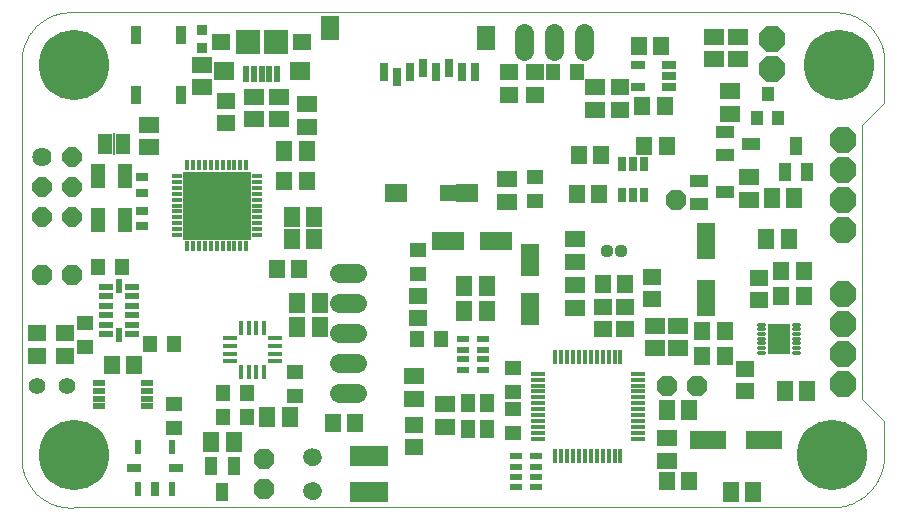
<source format=gts>
G75*
%MOIN*%
%OFA0B0*%
%FSLAX25Y25*%
%IPPOS*%
%LPD*%
%AMOC8*
5,1,8,0,0,1.08239X$1,22.5*
%
%ADD10C,0.00000*%
%ADD11C,0.05912*%
%ADD12R,0.12500X0.06875*%
%ADD13R,0.22500X0.22500*%
%ADD14R,0.05625X0.05625*%
%ADD15R,0.05518X0.05124*%
%ADD16R,0.05124X0.05518*%
%ADD17R,0.03943X0.03156*%
%ADD18R,0.05912X0.07880*%
%ADD19R,0.07487X0.05912*%
%ADD20R,0.03156X0.06306*%
%ADD21R,0.03550X0.03550*%
%ADD22R,0.01581X0.03550*%
%ADD23R,0.03550X0.01581*%
%ADD24R,0.05124X0.02369*%
%ADD25R,0.02369X0.05124*%
%ADD26R,0.04731X0.02762*%
%ADD27R,0.02762X0.04731*%
%ADD28R,0.04724X0.01575*%
%ADD29R,0.01575X0.04724*%
%ADD30R,0.02565X0.05124*%
%ADD31R,0.05124X0.01581*%
%ADD32R,0.01581X0.05124*%
%ADD33R,0.04731X0.07880*%
%ADD34R,0.05124X0.05912*%
%ADD35C,0.01384*%
%ADD36R,0.07382X0.09843*%
%ADD37R,0.06699X0.05912*%
%ADD38R,0.06109X0.05518*%
%ADD39R,0.07880X0.07880*%
%ADD40R,0.01975X0.05715*%
%ADD41R,0.05124X0.02565*%
%ADD42R,0.05518X0.06306*%
%ADD43R,0.06306X0.05518*%
%ADD44R,0.06699X0.05518*%
%ADD45R,0.05518X0.06699*%
%ADD46R,0.04400X0.04900*%
%ADD47R,0.04337X0.05912*%
%ADD48OC8,0.06700*%
%ADD49C,0.06400*%
%ADD50R,0.03400X0.06400*%
%ADD51C,0.23400*%
%ADD52R,0.03943X0.02172*%
%ADD53OC8,0.08900*%
%ADD54C,0.04369*%
%ADD55C,0.06400*%
%ADD56OC8,0.06400*%
%ADD57R,0.05912X0.04337*%
%ADD58R,0.05000X0.06700*%
%ADD59R,0.00600X0.07200*%
%ADD60R,0.04232X0.01969*%
%ADD61C,0.05600*%
%ADD62R,0.05912X0.12211*%
%ADD63R,0.12211X0.05912*%
%ADD64R,0.05912X0.10636*%
%ADD65R,0.10636X0.05912*%
D10*
X0032510Y0001517D02*
X0285010Y0001517D01*
X0285433Y0001522D01*
X0285855Y0001537D01*
X0286278Y0001563D01*
X0286699Y0001599D01*
X0287119Y0001645D01*
X0287539Y0001701D01*
X0287956Y0001767D01*
X0288372Y0001843D01*
X0288786Y0001929D01*
X0289198Y0002026D01*
X0289607Y0002132D01*
X0290014Y0002248D01*
X0290418Y0002374D01*
X0290818Y0002509D01*
X0291216Y0002654D01*
X0291609Y0002809D01*
X0291999Y0002973D01*
X0292385Y0003147D01*
X0292766Y0003330D01*
X0293143Y0003522D01*
X0293515Y0003723D01*
X0293882Y0003933D01*
X0294244Y0004151D01*
X0294600Y0004379D01*
X0294951Y0004615D01*
X0295296Y0004859D01*
X0295635Y0005112D01*
X0295968Y0005373D01*
X0296295Y0005641D01*
X0296615Y0005918D01*
X0296928Y0006202D01*
X0297234Y0006494D01*
X0297533Y0006793D01*
X0297825Y0007099D01*
X0298109Y0007412D01*
X0298386Y0007732D01*
X0298654Y0008059D01*
X0298915Y0008392D01*
X0299168Y0008731D01*
X0299412Y0009076D01*
X0299648Y0009427D01*
X0299876Y0009783D01*
X0300094Y0010145D01*
X0300304Y0010512D01*
X0300505Y0010884D01*
X0300697Y0011261D01*
X0300880Y0011642D01*
X0301054Y0012028D01*
X0301218Y0012418D01*
X0301373Y0012811D01*
X0301518Y0013209D01*
X0301653Y0013609D01*
X0301779Y0014013D01*
X0301895Y0014420D01*
X0302001Y0014829D01*
X0302098Y0015241D01*
X0302184Y0015655D01*
X0302260Y0016071D01*
X0302326Y0016488D01*
X0302382Y0016908D01*
X0302428Y0017328D01*
X0302464Y0017749D01*
X0302490Y0018172D01*
X0302505Y0018594D01*
X0302510Y0019017D01*
X0302461Y0019017D02*
X0302510Y0030267D01*
X0295010Y0037767D01*
X0295010Y0129017D01*
X0302461Y0136467D01*
X0302461Y0149066D01*
X0302510Y0149017D02*
X0302535Y0149410D01*
X0302551Y0149804D01*
X0302558Y0150197D01*
X0302555Y0150591D01*
X0302542Y0150985D01*
X0302520Y0151378D01*
X0302488Y0151771D01*
X0302447Y0152162D01*
X0302397Y0152553D01*
X0302337Y0152942D01*
X0302268Y0153330D01*
X0302189Y0153716D01*
X0302101Y0154100D01*
X0302004Y0154481D01*
X0301897Y0154861D01*
X0301782Y0155237D01*
X0301657Y0155611D01*
X0301523Y0155981D01*
X0301381Y0156348D01*
X0301230Y0156712D01*
X0301069Y0157072D01*
X0300901Y0157428D01*
X0300723Y0157779D01*
X0300538Y0158127D01*
X0300344Y0158469D01*
X0300141Y0158807D01*
X0299931Y0159140D01*
X0299712Y0159468D01*
X0299486Y0159790D01*
X0299252Y0160107D01*
X0299011Y0160418D01*
X0298762Y0160723D01*
X0298505Y0161022D01*
X0298242Y0161315D01*
X0297971Y0161601D01*
X0297694Y0161881D01*
X0297410Y0162154D01*
X0297120Y0162420D01*
X0296823Y0162679D01*
X0296520Y0162930D01*
X0296211Y0163175D01*
X0295896Y0163411D01*
X0295576Y0163640D01*
X0295250Y0163861D01*
X0294919Y0164075D01*
X0294582Y0164280D01*
X0294241Y0164477D01*
X0293896Y0164666D01*
X0293546Y0164846D01*
X0293191Y0165018D01*
X0292833Y0165181D01*
X0292470Y0165335D01*
X0292104Y0165481D01*
X0291735Y0165618D01*
X0291363Y0165746D01*
X0290987Y0165864D01*
X0290609Y0165974D01*
X0290228Y0166075D01*
X0289845Y0166166D01*
X0289460Y0166248D01*
X0289073Y0166320D01*
X0288684Y0166384D01*
X0288294Y0166438D01*
X0287902Y0166482D01*
X0287510Y0166517D01*
X0032510Y0166517D01*
X0032115Y0166543D01*
X0031720Y0166559D01*
X0031324Y0166565D01*
X0030928Y0166562D01*
X0030532Y0166549D01*
X0030137Y0166526D01*
X0029743Y0166494D01*
X0029349Y0166453D01*
X0028957Y0166401D01*
X0028565Y0166341D01*
X0028176Y0166271D01*
X0027788Y0166191D01*
X0027403Y0166102D01*
X0027019Y0166004D01*
X0026638Y0165896D01*
X0026260Y0165779D01*
X0025885Y0165653D01*
X0025513Y0165518D01*
X0025144Y0165374D01*
X0024779Y0165221D01*
X0024418Y0165059D01*
X0024061Y0164889D01*
X0023708Y0164710D01*
X0023359Y0164522D01*
X0023015Y0164326D01*
X0022676Y0164121D01*
X0022342Y0163909D01*
X0022014Y0163688D01*
X0021691Y0163460D01*
X0021373Y0163224D01*
X0021061Y0162980D01*
X0020756Y0162728D01*
X0020456Y0162469D01*
X0020163Y0162204D01*
X0019876Y0161931D01*
X0019596Y0161651D01*
X0019323Y0161364D01*
X0019058Y0161071D01*
X0018799Y0160771D01*
X0018547Y0160466D01*
X0018303Y0160154D01*
X0018067Y0159836D01*
X0017839Y0159513D01*
X0017618Y0159185D01*
X0017406Y0158851D01*
X0017201Y0158512D01*
X0017005Y0158168D01*
X0016817Y0157819D01*
X0016638Y0157466D01*
X0016468Y0157109D01*
X0016306Y0156748D01*
X0016153Y0156383D01*
X0016009Y0156014D01*
X0015874Y0155642D01*
X0015748Y0155267D01*
X0015631Y0154889D01*
X0015523Y0154508D01*
X0015425Y0154124D01*
X0015336Y0153739D01*
X0015256Y0153351D01*
X0015186Y0152962D01*
X0015126Y0152570D01*
X0015074Y0152178D01*
X0015033Y0151784D01*
X0015001Y0151390D01*
X0014978Y0150995D01*
X0014965Y0150599D01*
X0014962Y0150203D01*
X0014968Y0149807D01*
X0014984Y0149412D01*
X0015010Y0149017D01*
X0015010Y0019017D01*
X0014984Y0018622D01*
X0014968Y0018227D01*
X0014962Y0017831D01*
X0014965Y0017435D01*
X0014978Y0017039D01*
X0015001Y0016644D01*
X0015033Y0016250D01*
X0015074Y0015856D01*
X0015126Y0015464D01*
X0015186Y0015072D01*
X0015256Y0014683D01*
X0015336Y0014295D01*
X0015425Y0013910D01*
X0015523Y0013526D01*
X0015631Y0013145D01*
X0015748Y0012767D01*
X0015874Y0012392D01*
X0016009Y0012020D01*
X0016153Y0011651D01*
X0016306Y0011286D01*
X0016468Y0010925D01*
X0016638Y0010568D01*
X0016817Y0010215D01*
X0017005Y0009866D01*
X0017201Y0009522D01*
X0017406Y0009183D01*
X0017618Y0008849D01*
X0017839Y0008521D01*
X0018067Y0008198D01*
X0018303Y0007880D01*
X0018547Y0007568D01*
X0018799Y0007263D01*
X0019058Y0006963D01*
X0019323Y0006670D01*
X0019596Y0006383D01*
X0019876Y0006103D01*
X0020163Y0005830D01*
X0020456Y0005565D01*
X0020756Y0005306D01*
X0021061Y0005054D01*
X0021373Y0004810D01*
X0021691Y0004574D01*
X0022014Y0004346D01*
X0022342Y0004125D01*
X0022676Y0003913D01*
X0023015Y0003708D01*
X0023359Y0003512D01*
X0023708Y0003324D01*
X0024061Y0003145D01*
X0024418Y0002975D01*
X0024779Y0002813D01*
X0025144Y0002660D01*
X0025513Y0002516D01*
X0025885Y0002381D01*
X0026260Y0002255D01*
X0026638Y0002138D01*
X0027019Y0002030D01*
X0027403Y0001932D01*
X0027788Y0001843D01*
X0028176Y0001763D01*
X0028565Y0001693D01*
X0028957Y0001633D01*
X0029349Y0001581D01*
X0029743Y0001540D01*
X0030137Y0001508D01*
X0030532Y0001485D01*
X0030928Y0001472D01*
X0031324Y0001469D01*
X0031720Y0001475D01*
X0032115Y0001491D01*
X0032510Y0001517D01*
X0109129Y0007142D02*
X0109131Y0007247D01*
X0109137Y0007352D01*
X0109147Y0007456D01*
X0109161Y0007560D01*
X0109179Y0007664D01*
X0109201Y0007766D01*
X0109226Y0007868D01*
X0109256Y0007969D01*
X0109289Y0008068D01*
X0109326Y0008166D01*
X0109367Y0008263D01*
X0109412Y0008358D01*
X0109460Y0008451D01*
X0109511Y0008543D01*
X0109567Y0008632D01*
X0109625Y0008719D01*
X0109687Y0008804D01*
X0109751Y0008887D01*
X0109819Y0008967D01*
X0109890Y0009044D01*
X0109964Y0009118D01*
X0110041Y0009190D01*
X0110120Y0009259D01*
X0110202Y0009324D01*
X0110286Y0009387D01*
X0110373Y0009446D01*
X0110462Y0009502D01*
X0110553Y0009555D01*
X0110646Y0009604D01*
X0110740Y0009649D01*
X0110836Y0009691D01*
X0110934Y0009729D01*
X0111033Y0009763D01*
X0111134Y0009794D01*
X0111235Y0009820D01*
X0111338Y0009843D01*
X0111441Y0009862D01*
X0111545Y0009877D01*
X0111649Y0009888D01*
X0111754Y0009895D01*
X0111859Y0009898D01*
X0111964Y0009897D01*
X0112069Y0009892D01*
X0112173Y0009883D01*
X0112277Y0009870D01*
X0112381Y0009853D01*
X0112484Y0009832D01*
X0112586Y0009807D01*
X0112687Y0009779D01*
X0112786Y0009746D01*
X0112885Y0009710D01*
X0112982Y0009670D01*
X0113077Y0009627D01*
X0113171Y0009579D01*
X0113263Y0009529D01*
X0113353Y0009475D01*
X0113441Y0009417D01*
X0113526Y0009356D01*
X0113609Y0009292D01*
X0113690Y0009225D01*
X0113768Y0009155D01*
X0113843Y0009081D01*
X0113915Y0009006D01*
X0113985Y0008927D01*
X0114051Y0008846D01*
X0114115Y0008762D01*
X0114175Y0008676D01*
X0114231Y0008588D01*
X0114285Y0008497D01*
X0114335Y0008405D01*
X0114381Y0008311D01*
X0114424Y0008215D01*
X0114463Y0008117D01*
X0114498Y0008019D01*
X0114529Y0007918D01*
X0114557Y0007817D01*
X0114581Y0007715D01*
X0114601Y0007612D01*
X0114617Y0007508D01*
X0114629Y0007404D01*
X0114637Y0007299D01*
X0114641Y0007194D01*
X0114641Y0007090D01*
X0114637Y0006985D01*
X0114629Y0006880D01*
X0114617Y0006776D01*
X0114601Y0006672D01*
X0114581Y0006569D01*
X0114557Y0006467D01*
X0114529Y0006366D01*
X0114498Y0006265D01*
X0114463Y0006167D01*
X0114424Y0006069D01*
X0114381Y0005973D01*
X0114335Y0005879D01*
X0114285Y0005787D01*
X0114231Y0005696D01*
X0114175Y0005608D01*
X0114115Y0005522D01*
X0114051Y0005438D01*
X0113985Y0005357D01*
X0113915Y0005278D01*
X0113843Y0005203D01*
X0113768Y0005129D01*
X0113690Y0005059D01*
X0113609Y0004992D01*
X0113526Y0004928D01*
X0113441Y0004867D01*
X0113353Y0004809D01*
X0113263Y0004755D01*
X0113171Y0004705D01*
X0113077Y0004657D01*
X0112982Y0004614D01*
X0112885Y0004574D01*
X0112786Y0004538D01*
X0112687Y0004505D01*
X0112586Y0004477D01*
X0112484Y0004452D01*
X0112381Y0004431D01*
X0112277Y0004414D01*
X0112173Y0004401D01*
X0112069Y0004392D01*
X0111964Y0004387D01*
X0111859Y0004386D01*
X0111754Y0004389D01*
X0111649Y0004396D01*
X0111545Y0004407D01*
X0111441Y0004422D01*
X0111338Y0004441D01*
X0111235Y0004464D01*
X0111134Y0004490D01*
X0111033Y0004521D01*
X0110934Y0004555D01*
X0110836Y0004593D01*
X0110740Y0004635D01*
X0110646Y0004680D01*
X0110553Y0004729D01*
X0110462Y0004782D01*
X0110373Y0004838D01*
X0110286Y0004897D01*
X0110202Y0004960D01*
X0110120Y0005025D01*
X0110041Y0005094D01*
X0109964Y0005166D01*
X0109890Y0005240D01*
X0109819Y0005317D01*
X0109751Y0005397D01*
X0109687Y0005480D01*
X0109625Y0005565D01*
X0109567Y0005652D01*
X0109511Y0005741D01*
X0109460Y0005833D01*
X0109412Y0005926D01*
X0109367Y0006021D01*
X0109326Y0006118D01*
X0109289Y0006216D01*
X0109256Y0006315D01*
X0109226Y0006416D01*
X0109201Y0006518D01*
X0109179Y0006620D01*
X0109161Y0006724D01*
X0109147Y0006828D01*
X0109137Y0006932D01*
X0109131Y0007037D01*
X0109129Y0007142D01*
X0109129Y0018392D02*
X0109131Y0018497D01*
X0109137Y0018602D01*
X0109147Y0018706D01*
X0109161Y0018810D01*
X0109179Y0018914D01*
X0109201Y0019016D01*
X0109226Y0019118D01*
X0109256Y0019219D01*
X0109289Y0019318D01*
X0109326Y0019416D01*
X0109367Y0019513D01*
X0109412Y0019608D01*
X0109460Y0019701D01*
X0109511Y0019793D01*
X0109567Y0019882D01*
X0109625Y0019969D01*
X0109687Y0020054D01*
X0109751Y0020137D01*
X0109819Y0020217D01*
X0109890Y0020294D01*
X0109964Y0020368D01*
X0110041Y0020440D01*
X0110120Y0020509D01*
X0110202Y0020574D01*
X0110286Y0020637D01*
X0110373Y0020696D01*
X0110462Y0020752D01*
X0110553Y0020805D01*
X0110646Y0020854D01*
X0110740Y0020899D01*
X0110836Y0020941D01*
X0110934Y0020979D01*
X0111033Y0021013D01*
X0111134Y0021044D01*
X0111235Y0021070D01*
X0111338Y0021093D01*
X0111441Y0021112D01*
X0111545Y0021127D01*
X0111649Y0021138D01*
X0111754Y0021145D01*
X0111859Y0021148D01*
X0111964Y0021147D01*
X0112069Y0021142D01*
X0112173Y0021133D01*
X0112277Y0021120D01*
X0112381Y0021103D01*
X0112484Y0021082D01*
X0112586Y0021057D01*
X0112687Y0021029D01*
X0112786Y0020996D01*
X0112885Y0020960D01*
X0112982Y0020920D01*
X0113077Y0020877D01*
X0113171Y0020829D01*
X0113263Y0020779D01*
X0113353Y0020725D01*
X0113441Y0020667D01*
X0113526Y0020606D01*
X0113609Y0020542D01*
X0113690Y0020475D01*
X0113768Y0020405D01*
X0113843Y0020331D01*
X0113915Y0020256D01*
X0113985Y0020177D01*
X0114051Y0020096D01*
X0114115Y0020012D01*
X0114175Y0019926D01*
X0114231Y0019838D01*
X0114285Y0019747D01*
X0114335Y0019655D01*
X0114381Y0019561D01*
X0114424Y0019465D01*
X0114463Y0019367D01*
X0114498Y0019269D01*
X0114529Y0019168D01*
X0114557Y0019067D01*
X0114581Y0018965D01*
X0114601Y0018862D01*
X0114617Y0018758D01*
X0114629Y0018654D01*
X0114637Y0018549D01*
X0114641Y0018444D01*
X0114641Y0018340D01*
X0114637Y0018235D01*
X0114629Y0018130D01*
X0114617Y0018026D01*
X0114601Y0017922D01*
X0114581Y0017819D01*
X0114557Y0017717D01*
X0114529Y0017616D01*
X0114498Y0017515D01*
X0114463Y0017417D01*
X0114424Y0017319D01*
X0114381Y0017223D01*
X0114335Y0017129D01*
X0114285Y0017037D01*
X0114231Y0016946D01*
X0114175Y0016858D01*
X0114115Y0016772D01*
X0114051Y0016688D01*
X0113985Y0016607D01*
X0113915Y0016528D01*
X0113843Y0016453D01*
X0113768Y0016379D01*
X0113690Y0016309D01*
X0113609Y0016242D01*
X0113526Y0016178D01*
X0113441Y0016117D01*
X0113353Y0016059D01*
X0113263Y0016005D01*
X0113171Y0015955D01*
X0113077Y0015907D01*
X0112982Y0015864D01*
X0112885Y0015824D01*
X0112786Y0015788D01*
X0112687Y0015755D01*
X0112586Y0015727D01*
X0112484Y0015702D01*
X0112381Y0015681D01*
X0112277Y0015664D01*
X0112173Y0015651D01*
X0112069Y0015642D01*
X0111964Y0015637D01*
X0111859Y0015636D01*
X0111754Y0015639D01*
X0111649Y0015646D01*
X0111545Y0015657D01*
X0111441Y0015672D01*
X0111338Y0015691D01*
X0111235Y0015714D01*
X0111134Y0015740D01*
X0111033Y0015771D01*
X0110934Y0015805D01*
X0110836Y0015843D01*
X0110740Y0015885D01*
X0110646Y0015930D01*
X0110553Y0015979D01*
X0110462Y0016032D01*
X0110373Y0016088D01*
X0110286Y0016147D01*
X0110202Y0016210D01*
X0110120Y0016275D01*
X0110041Y0016344D01*
X0109964Y0016416D01*
X0109890Y0016490D01*
X0109819Y0016567D01*
X0109751Y0016647D01*
X0109687Y0016730D01*
X0109625Y0016815D01*
X0109567Y0016902D01*
X0109511Y0016991D01*
X0109460Y0017083D01*
X0109412Y0017176D01*
X0109367Y0017271D01*
X0109326Y0017368D01*
X0109289Y0017466D01*
X0109256Y0017565D01*
X0109226Y0017666D01*
X0109201Y0017768D01*
X0109179Y0017870D01*
X0109161Y0017974D01*
X0109147Y0018078D01*
X0109137Y0018182D01*
X0109131Y0018287D01*
X0109129Y0018392D01*
D11*
X0111885Y0018392D03*
X0111885Y0007142D03*
D12*
X0130635Y0006829D03*
X0130635Y0018704D03*
D13*
X0080010Y0102142D03*
D14*
X0157198Y0106204D03*
D15*
X0186260Y0103767D03*
X0186260Y0111767D03*
X0147198Y0087392D03*
X0147198Y0079392D03*
X0178760Y0048017D03*
X0178760Y0040017D03*
X0178760Y0034267D03*
X0178760Y0026267D03*
X0106260Y0038767D03*
X0106260Y0046767D03*
X0065635Y0036142D03*
X0065635Y0028142D03*
X0036260Y0055017D03*
X0036260Y0063017D03*
D16*
X0057885Y0055892D03*
X0065885Y0055892D03*
X0082260Y0039642D03*
X0090260Y0039642D03*
X0090260Y0031517D03*
X0082260Y0031517D03*
X0146610Y0057712D03*
X0154610Y0057712D03*
X0048385Y0081517D03*
X0040385Y0081517D03*
X0192260Y0146517D03*
X0200260Y0146517D03*
D17*
X0055010Y0111576D03*
X0055010Y0106458D03*
X0055010Y0100326D03*
X0055010Y0095208D03*
D18*
X0169686Y0157949D03*
X0117717Y0161492D03*
D19*
X0139764Y0106374D03*
X0163386Y0106374D03*
D20*
X0140158Y0144957D03*
X0135827Y0146531D03*
X0144489Y0146531D03*
X0148820Y0148106D03*
X0153150Y0146531D03*
X0157481Y0148106D03*
X0161812Y0146531D03*
X0166142Y0146531D03*
D21*
X0075010Y0154814D03*
X0075010Y0160719D03*
D22*
X0074105Y0115527D03*
X0076073Y0115527D03*
X0078042Y0115527D03*
X0080010Y0115527D03*
X0081979Y0115527D03*
X0083947Y0115527D03*
X0085916Y0115527D03*
X0087884Y0115527D03*
X0089853Y0115527D03*
X0072136Y0115527D03*
X0070168Y0115527D03*
X0070168Y0088756D03*
X0072136Y0088756D03*
X0074105Y0088756D03*
X0076073Y0088756D03*
X0078042Y0088756D03*
X0080010Y0088756D03*
X0081979Y0088756D03*
X0083947Y0088756D03*
X0085916Y0088756D03*
X0087884Y0088756D03*
X0089853Y0088756D03*
D23*
X0093396Y0092299D03*
X0093396Y0094268D03*
X0093396Y0096236D03*
X0093396Y0098205D03*
X0093396Y0100173D03*
X0093396Y0102142D03*
X0093396Y0104110D03*
X0093396Y0106079D03*
X0093396Y0108047D03*
X0093396Y0110016D03*
X0093396Y0111984D03*
X0066625Y0111984D03*
X0066625Y0110016D03*
X0066625Y0108047D03*
X0066625Y0106079D03*
X0066625Y0104110D03*
X0066625Y0102142D03*
X0066625Y0100173D03*
X0066625Y0098205D03*
X0066625Y0096236D03*
X0066625Y0094268D03*
X0066625Y0092299D03*
D24*
X0051841Y0075016D03*
X0051841Y0071866D03*
X0051841Y0068716D03*
X0051841Y0065567D03*
X0051841Y0062417D03*
X0051841Y0059268D03*
X0043180Y0059268D03*
X0043180Y0062417D03*
X0043180Y0065567D03*
X0043180Y0068716D03*
X0043180Y0071866D03*
X0043180Y0075016D03*
D25*
X0047510Y0075409D03*
X0047510Y0058874D03*
X0053677Y0021728D03*
X0065094Y0021728D03*
X0065094Y0007555D03*
X0053677Y0007555D03*
D26*
X0052496Y0014642D03*
X0066275Y0014642D03*
D27*
X0059385Y0007555D03*
D28*
X0187225Y0024440D03*
X0187225Y0026408D03*
X0187225Y0028377D03*
X0187225Y0030345D03*
X0187225Y0032314D03*
X0187225Y0034282D03*
X0187225Y0036251D03*
X0187225Y0038219D03*
X0187225Y0040188D03*
X0187225Y0042156D03*
X0187225Y0044125D03*
X0187225Y0046093D03*
X0220296Y0046093D03*
X0220296Y0044125D03*
X0220296Y0042156D03*
X0220296Y0040188D03*
X0220296Y0038219D03*
X0220296Y0036251D03*
X0220296Y0034282D03*
X0220296Y0032314D03*
X0220296Y0030345D03*
X0220296Y0028377D03*
X0220296Y0026408D03*
X0220296Y0024440D03*
D29*
X0214587Y0018731D03*
X0212619Y0018731D03*
X0210650Y0018731D03*
X0208682Y0018731D03*
X0206713Y0018731D03*
X0204745Y0018731D03*
X0202776Y0018731D03*
X0200808Y0018731D03*
X0198839Y0018731D03*
X0196871Y0018731D03*
X0194902Y0018731D03*
X0192934Y0018731D03*
X0192934Y0051802D03*
X0194902Y0051802D03*
X0196871Y0051802D03*
X0198839Y0051802D03*
X0200808Y0051802D03*
X0202776Y0051802D03*
X0204745Y0051802D03*
X0206713Y0051802D03*
X0208682Y0051802D03*
X0210650Y0051802D03*
X0212619Y0051802D03*
X0214587Y0051802D03*
D30*
X0215020Y0105774D03*
X0218760Y0105774D03*
X0222501Y0105774D03*
X0222501Y0116010D03*
X0218760Y0116010D03*
X0215020Y0116010D03*
D31*
X0099366Y0057855D03*
X0099366Y0055296D03*
X0099366Y0052737D03*
X0099366Y0050178D03*
X0084405Y0050178D03*
X0084405Y0052737D03*
X0084405Y0055296D03*
X0084405Y0057855D03*
D32*
X0088047Y0061497D03*
X0090606Y0061497D03*
X0093165Y0061497D03*
X0095724Y0061497D03*
X0095724Y0046536D03*
X0093165Y0046536D03*
X0090606Y0046536D03*
X0088047Y0046536D03*
D33*
X0049538Y0097358D03*
X0040483Y0097358D03*
X0040483Y0111925D03*
X0049538Y0111925D03*
D34*
X0163736Y0036472D03*
X0170035Y0036472D03*
X0170035Y0027811D03*
X0163736Y0027811D03*
D35*
X0260817Y0053042D02*
X0262589Y0053042D01*
X0262589Y0054617D02*
X0260817Y0054617D01*
X0260817Y0056192D02*
X0262589Y0056192D01*
X0262589Y0057767D02*
X0260817Y0057767D01*
X0260817Y0059341D02*
X0262589Y0059341D01*
X0262589Y0060916D02*
X0260817Y0060916D01*
X0260817Y0062491D02*
X0262589Y0062491D01*
X0272432Y0062491D02*
X0274204Y0062491D01*
X0274204Y0060916D02*
X0272432Y0060916D01*
X0272432Y0059341D02*
X0274204Y0059341D01*
X0274204Y0057767D02*
X0272432Y0057767D01*
X0272432Y0056192D02*
X0274204Y0056192D01*
X0274204Y0054617D02*
X0272432Y0054617D01*
X0272432Y0053042D02*
X0274204Y0053042D01*
D36*
X0267510Y0057767D03*
D37*
X0107609Y0146871D03*
X0082412Y0146871D03*
D38*
X0081526Y0156517D03*
X0108495Y0156517D03*
D39*
X0099735Y0156517D03*
X0090286Y0156517D03*
D40*
X0089892Y0145985D03*
X0092451Y0145985D03*
X0095010Y0145985D03*
X0097570Y0145985D03*
X0100129Y0145985D03*
D41*
X0220517Y0149007D03*
X0230754Y0149007D03*
X0230754Y0145267D03*
X0230754Y0141527D03*
X0220517Y0141527D03*
D42*
X0221895Y0135267D03*
X0229376Y0135267D03*
X0230001Y0122142D03*
X0222520Y0122142D03*
X0208126Y0119017D03*
X0200645Y0119017D03*
X0200020Y0105892D03*
X0207501Y0105892D03*
X0208770Y0075892D03*
X0216251Y0075892D03*
X0241895Y0060267D03*
X0249376Y0060267D03*
X0249376Y0052142D03*
X0241895Y0052142D03*
X0268145Y0072142D03*
X0275626Y0072142D03*
X0275626Y0080267D03*
X0268145Y0080267D03*
X0237501Y0010267D03*
X0230020Y0010267D03*
X0126251Y0029642D03*
X0118770Y0029642D03*
X0052501Y0049017D03*
X0045020Y0049017D03*
X0100020Y0080892D03*
X0107501Y0080892D03*
X0110001Y0110267D03*
X0102520Y0110267D03*
X0220645Y0155267D03*
X0228126Y0155267D03*
D43*
X0214385Y0141507D03*
X0214385Y0134027D03*
X0186260Y0139027D03*
X0177510Y0139027D03*
X0177510Y0146507D03*
X0186260Y0146507D03*
X0083135Y0137132D03*
X0083135Y0129652D03*
X0147198Y0072132D03*
X0147198Y0064652D03*
X0208760Y0068382D03*
X0216260Y0068382D03*
X0225010Y0070902D03*
X0225010Y0078382D03*
X0216260Y0060902D03*
X0208760Y0060902D03*
X0256260Y0047757D03*
X0256260Y0040277D03*
X0260635Y0070589D03*
X0260635Y0078069D03*
X0145635Y0029007D03*
X0145635Y0021527D03*
X0029385Y0052152D03*
X0020010Y0052152D03*
X0020010Y0059632D03*
X0029385Y0059632D03*
D44*
X0057510Y0121527D03*
X0057510Y0129007D03*
X0075010Y0141527D03*
X0075010Y0149007D03*
X0092510Y0138382D03*
X0100635Y0138382D03*
X0110010Y0135882D03*
X0100635Y0130902D03*
X0092510Y0130902D03*
X0110010Y0128402D03*
X0176885Y0110882D03*
X0176885Y0103402D03*
X0199385Y0090882D03*
X0199385Y0083402D03*
X0199385Y0075569D03*
X0199385Y0068089D03*
X0226260Y0062132D03*
X0233760Y0062132D03*
X0233760Y0054652D03*
X0226260Y0054652D03*
X0230010Y0024632D03*
X0230010Y0017152D03*
X0156260Y0028402D03*
X0156260Y0035882D03*
X0145635Y0037762D03*
X0145635Y0045242D03*
X0257510Y0104027D03*
X0257510Y0111507D03*
X0251260Y0132777D03*
X0251260Y0140257D03*
X0253760Y0150902D03*
X0245635Y0150902D03*
X0245635Y0158382D03*
X0253760Y0158382D03*
X0206260Y0141507D03*
X0206260Y0134027D03*
D45*
X0265020Y0104642D03*
X0272501Y0104642D03*
X0270626Y0090892D03*
X0263145Y0090892D03*
X0269395Y0040267D03*
X0276876Y0040267D03*
X0237501Y0034017D03*
X0230020Y0034017D03*
X0251270Y0006517D03*
X0258751Y0006517D03*
X0170001Y0067142D03*
X0162520Y0067142D03*
X0162520Y0075267D03*
X0170001Y0075267D03*
X0114376Y0069642D03*
X0106895Y0069642D03*
X0106895Y0061517D03*
X0114376Y0061517D03*
X0112501Y0090892D03*
X0105020Y0090892D03*
X0105020Y0098392D03*
X0112501Y0098392D03*
X0110001Y0120267D03*
X0102520Y0120267D03*
X0104376Y0031517D03*
X0096895Y0031517D03*
X0085626Y0023392D03*
X0078145Y0023392D03*
D46*
X0260260Y0131267D03*
X0267260Y0131267D03*
X0263760Y0139267D03*
D47*
X0273135Y0122097D03*
X0269395Y0113436D03*
X0276876Y0113436D03*
X0085626Y0015222D03*
X0078145Y0015222D03*
X0081885Y0006561D03*
D48*
X0095635Y0007767D03*
X0095635Y0017767D03*
X0031885Y0079017D03*
X0021885Y0079017D03*
X0230010Y0042142D03*
X0240010Y0042142D03*
X0233135Y0104017D03*
D49*
X0202510Y0153517D02*
X0202510Y0159517D01*
X0192510Y0159517D02*
X0192510Y0153517D01*
X0182510Y0153517D02*
X0182510Y0159517D01*
X0126760Y0079642D02*
X0120760Y0079642D01*
X0120760Y0069642D02*
X0126760Y0069642D01*
X0126760Y0059642D02*
X0120760Y0059642D01*
X0120760Y0049642D02*
X0126760Y0049642D01*
X0126760Y0039642D02*
X0120760Y0039642D01*
D50*
X0068135Y0139017D03*
X0053135Y0139017D03*
X0053135Y0159017D03*
X0068135Y0159017D03*
D51*
X0032510Y0149017D03*
X0032510Y0019017D03*
X0285010Y0019017D03*
X0287510Y0149017D03*
D52*
X0168669Y0057572D03*
X0168669Y0054029D03*
X0168669Y0050879D03*
X0168669Y0047336D03*
X0161976Y0047336D03*
X0161976Y0050879D03*
X0161976Y0054029D03*
X0161976Y0057572D03*
X0179789Y0018510D03*
X0179789Y0014966D03*
X0179789Y0011817D03*
X0179789Y0008274D03*
X0186482Y0008274D03*
X0186482Y0011817D03*
X0186482Y0014966D03*
X0186482Y0018510D03*
D53*
X0288760Y0042767D03*
X0288760Y0052767D03*
X0288760Y0062767D03*
X0288760Y0072767D03*
X0288760Y0094017D03*
X0288760Y0104017D03*
X0288760Y0114017D03*
X0288760Y0124017D03*
X0265010Y0147767D03*
X0265010Y0157767D03*
D54*
X0214873Y0086841D03*
X0210148Y0086841D03*
D55*
X0021885Y0118392D03*
D56*
X0031885Y0118392D03*
X0031885Y0108392D03*
X0021885Y0108392D03*
X0021885Y0098392D03*
X0031885Y0098392D03*
D57*
X0240680Y0102777D03*
X0249341Y0106517D03*
X0240680Y0110257D03*
X0249430Y0119027D03*
X0258091Y0122767D03*
X0249430Y0126507D03*
D58*
X0048635Y0122767D03*
X0042635Y0122767D03*
D59*
X0045635Y0122767D03*
D60*
X0040640Y0042855D03*
X0040640Y0040296D03*
X0040640Y0037737D03*
X0040640Y0035178D03*
X0056881Y0035178D03*
X0056881Y0037737D03*
X0056881Y0040296D03*
X0056881Y0042855D03*
D61*
X0030010Y0042142D03*
X0020010Y0042142D03*
D62*
X0243135Y0071443D03*
X0243135Y0090340D03*
D63*
X0243687Y0024017D03*
X0262584Y0024017D03*
D64*
X0184385Y0067821D03*
X0184385Y0083963D03*
D65*
X0173081Y0090267D03*
X0156940Y0090267D03*
M02*

</source>
